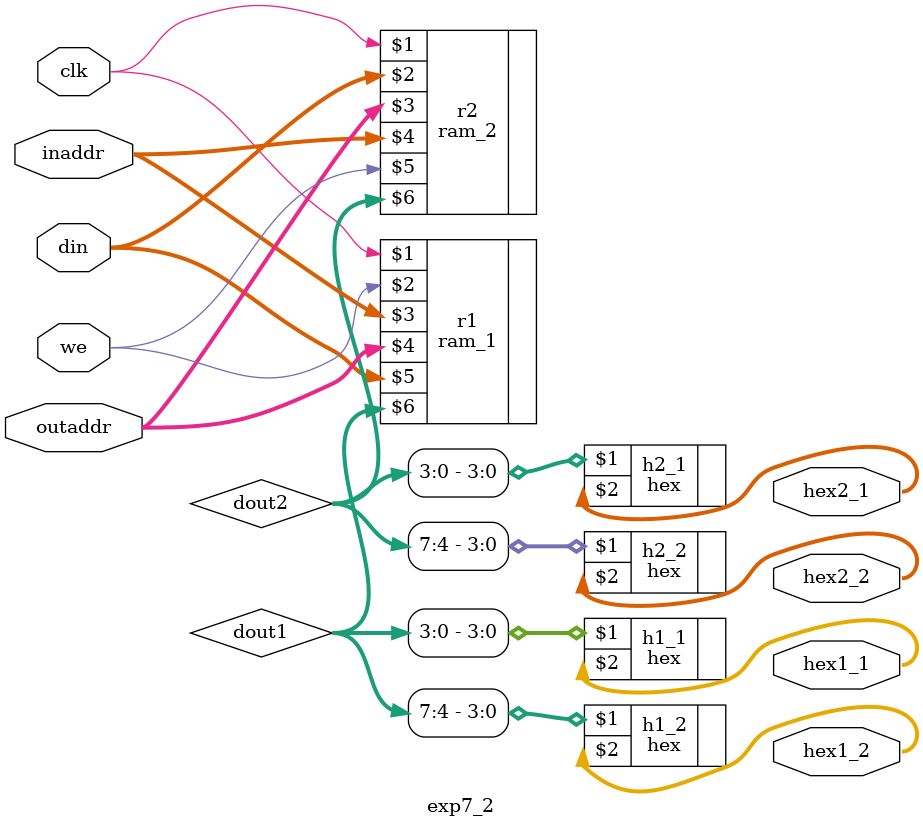
<source format=v>
module exp7_2(clk,we,inaddr,outaddr,din,hex1_1,hex1_2,hex2_1,hex2_2);
	input clk;
	input we;
	input [2:0] inaddr;
	input [2:0] outaddr;
	input [2:0] din;
	output [6:0] hex1_1;
	output [6:0] hex1_2;
	output [6:0] hex2_1;
	output [6:0] hex2_2;
	
	wire [7:0] dout1;
	wire [7:0] dout2;
	
	ram_1 r1(clk,we,inaddr,outaddr,din,dout1);
	ram_2 r2(clk,din,outaddr,inaddr,we,dout2);
	hex h1_1(dout1[3:0],hex1_1);
	hex h1_2(dout1[7:4],hex1_2);
	hex h2_1(dout2[3:0],hex2_1);
	hex h2_2(dout2[7:4],hex2_2);

endmodule

</source>
